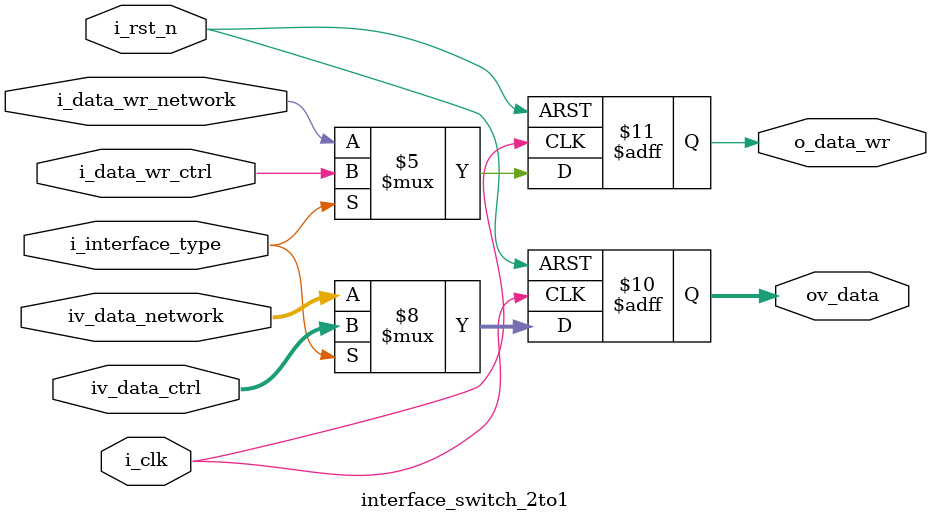
<source format=v>

`timescale 1ns/1ps

module interface_switch_2to1
(
        i_clk,
        i_rst_n,
        
        i_interface_type,
              
        iv_data_ctrl,
        i_data_wr_ctrl,
        iv_data_network,
        i_data_wr_network,        
       
        ov_data,
        o_data_wr 
);

// I/O
// clk & rst
input                  i_clk;                   //125Mhz
input                  i_rst_n;
//interface type
input                  i_interface_type;       //0:network_interface; 1:ctrl_interface
//receive pkt
input      [7:0]       iv_data_ctrl;
input                  i_data_wr_ctrl;
input      [7:0]       iv_data_network;
input                  i_data_wr_network;
//send pkt 
output reg [7:0]       ov_data;
output reg             o_data_wr;
////////////////////////////////////////
//        interface_switch            //
////////////////////////////////////////
always @(posedge i_clk or negedge i_rst_n) begin
    if(!i_rst_n)begin
        ov_data <= 8'b0;
        o_data_wr <= 1'b0;
    end
    else begin
        if(i_interface_type == 1'b0)begin //network_interface
            ov_data           <= iv_data_network;
            o_data_wr         <= i_data_wr_network;  
        end
        else begin //ctrl_interface
            ov_data           <= iv_data_ctrl;
            o_data_wr         <= i_data_wr_ctrl;  
        end
    end
end
endmodule
</source>
